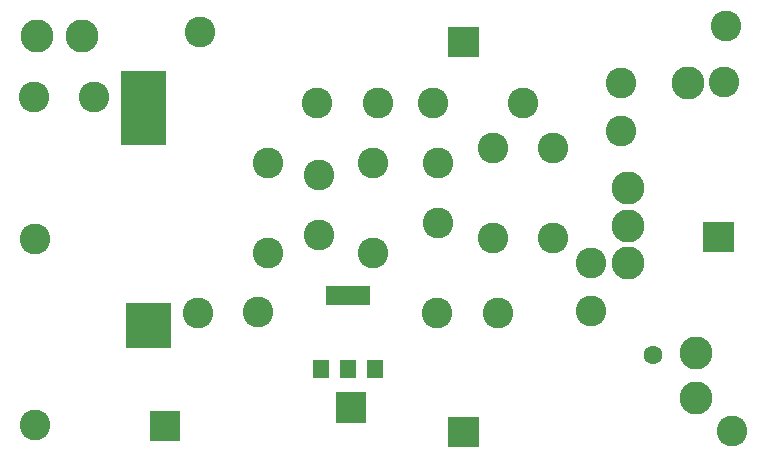
<source format=gbr>
%FSLAX34Y34*%
%MOMM*%
%LNSOLDERMASK_BOTTOM*%
G71*
G01*
%ADD10C,2.600*%
%ADD11C,2.600*%
%ADD12C,2.800*%
%ADD13C,2.600*%
%ADD14C,2.600*%
%ADD15R,1.400X1.600*%
%ADD16C,1.600*%
%LPD*%
X260050Y162400D02*
G54D10*
D03*
X260050Y203000D02*
G54D10*
D03*
X49917Y135716D02*
G54D10*
D03*
X49867Y59466D02*
G54D10*
D03*
X49917Y135716D02*
G54D11*
D03*
X-47297Y8874D02*
G54D10*
D03*
X-98278Y8761D02*
G54D10*
D03*
X4308Y74122D02*
G54D10*
D03*
X4195Y125103D02*
G54D10*
D03*
X-38983Y135716D02*
G54D10*
D03*
X-39033Y59466D02*
G54D10*
D03*
X-38983Y135716D02*
G54D11*
D03*
X104733Y8607D02*
G54D10*
D03*
X155714Y8720D02*
G54D10*
D03*
X151517Y148416D02*
G54D10*
D03*
X151467Y72166D02*
G54D10*
D03*
X151517Y148416D02*
G54D11*
D03*
X105051Y84756D02*
G54D10*
D03*
X104939Y135736D02*
G54D10*
D03*
X176908Y186442D02*
G54D10*
D03*
X100658Y186492D02*
G54D10*
D03*
X176908Y186442D02*
G54D11*
D03*
X3133Y186407D02*
G54D10*
D03*
X54114Y186520D02*
G54D10*
D03*
X266400Y114100D02*
G54D12*
D03*
X266400Y82350D02*
G54D12*
D03*
X266400Y50600D02*
G54D12*
D03*
X234650Y50600D02*
G54D10*
D03*
X234650Y10000D02*
G54D10*
D03*
X202317Y148416D02*
G54D10*
D03*
X202267Y72166D02*
G54D10*
D03*
X202317Y148416D02*
G54D11*
D03*
X105051Y84756D02*
G54D11*
D03*
X3133Y186407D02*
G54D11*
D03*
X260050Y162400D02*
G54D11*
D03*
X234650Y10000D02*
G54D11*
D03*
G36*
X-159000Y16500D02*
X-121000Y16500D01*
X-121000Y-21500D01*
X-159000Y-21500D01*
X-159000Y16500D01*
G37*
G36*
X-125265Y213595D02*
X-125265Y175595D01*
X-163265Y175595D01*
X-163265Y213595D01*
X-125265Y213595D01*
G37*
G36*
X-125265Y188195D02*
X-125265Y150195D01*
X-163265Y150195D01*
X-163265Y188195D01*
X-125265Y188195D01*
G37*
X-237110Y190844D02*
G54D10*
D03*
X-186129Y190956D02*
G54D10*
D03*
X-237110Y190844D02*
G54D11*
D03*
X-196565Y243095D02*
G54D12*
D03*
X-234665Y243095D02*
G54D12*
D03*
X323300Y-25600D02*
G54D12*
D03*
X323300Y-63700D02*
G54D12*
D03*
X323300Y-63700D02*
G54D11*
D03*
X266400Y82350D02*
G54D11*
D03*
X317200Y203000D02*
G54D12*
D03*
X347621Y204135D02*
G54D13*
D03*
X348950Y251100D02*
G54D14*
D03*
X353950Y-91800D02*
G54D14*
D03*
G36*
X113700Y250800D02*
X139700Y250800D01*
X139700Y224800D01*
X113700Y224800D01*
X113700Y250800D01*
G37*
G36*
X-138800Y-74400D02*
X-112800Y-74400D01*
X-112800Y-100400D01*
X-138800Y-100400D01*
X-138800Y-74400D01*
G37*
G36*
X114100Y-79400D02*
X140100Y-79400D01*
X140100Y-105400D01*
X114100Y-105400D01*
X114100Y-79400D01*
G37*
G36*
X329600Y85700D02*
X355600Y85700D01*
X355600Y59700D01*
X329600Y59700D01*
X329600Y85700D01*
G37*
X6050Y-38898D02*
G54D15*
D03*
X29050Y-38898D02*
G54D15*
D03*
X52050Y-38898D02*
G54D15*
D03*
G36*
X10550Y31102D02*
X47550Y31102D01*
X47550Y15102D01*
X10550Y15102D01*
X10550Y31102D01*
G37*
G36*
X18485Y-58514D02*
X44485Y-58514D01*
X44485Y-84514D01*
X18485Y-84514D01*
X18485Y-58514D01*
G37*
X287200Y-27000D02*
G54D16*
D03*
X-196565Y243095D02*
G54D11*
D03*
X-96050Y246100D02*
G54D14*
D03*
X-236050Y-86800D02*
G54D14*
D03*
X-236050Y71100D02*
G54D14*
D03*
M02*

</source>
